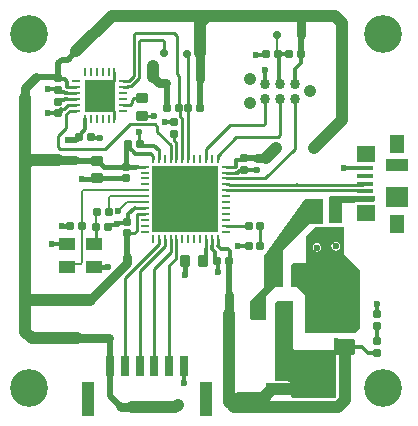
<source format=gbr>
%TF.GenerationSoftware,Altium Limited,Altium Designer,24.6.1 (21)*%
G04 Layer_Physical_Order=1*
G04 Layer_Color=255*
%FSLAX45Y45*%
%MOMM*%
%TF.SameCoordinates,4B1D9C49-5ED8-45E5-B71D-261F0C762659*%
%TF.FilePolarity,Positive*%
%TF.FileFunction,Copper,L1,Top,Signal*%
%TF.Part,Single*%
G01*
G75*
%TA.AperFunction,Conductor*%
%ADD10C,0.26017*%
%TA.AperFunction,ConnectorPad*%
%ADD11R,1.00000X2.90000*%
%ADD12R,0.65000X1.70000*%
%TA.AperFunction,SMDPad,CuDef*%
G04:AMPARAMS|DCode=13|XSize=0.8mm|YSize=1mm|CornerRadius=0.1mm|HoleSize=0mm|Usage=FLASHONLY|Rotation=90.000|XOffset=0mm|YOffset=0mm|HoleType=Round|Shape=RoundedRectangle|*
%AMROUNDEDRECTD13*
21,1,0.80000,0.80000,0,0,90.0*
21,1,0.60000,1.00000,0,0,90.0*
1,1,0.20000,0.40000,0.30000*
1,1,0.20000,0.40000,-0.30000*
1,1,0.20000,-0.40000,-0.30000*
1,1,0.20000,-0.40000,0.30000*
%
%ADD13ROUNDEDRECTD13*%
%ADD14R,0.25000X0.80000*%
%ADD15R,0.80000X0.25000*%
%ADD16R,2.60000X2.70000*%
G04:AMPARAMS|DCode=17|XSize=0.6mm|YSize=0.7mm|CornerRadius=0.075mm|HoleSize=0mm|Usage=FLASHONLY|Rotation=270.000|XOffset=0mm|YOffset=0mm|HoleType=Round|Shape=RoundedRectangle|*
%AMROUNDEDRECTD17*
21,1,0.60000,0.55000,0,0,270.0*
21,1,0.45000,0.70000,0,0,270.0*
1,1,0.15000,-0.27500,-0.22500*
1,1,0.15000,-0.27500,0.22500*
1,1,0.15000,0.27500,0.22500*
1,1,0.15000,0.27500,-0.22500*
%
%ADD17ROUNDEDRECTD17*%
G04:AMPARAMS|DCode=18|XSize=0.6mm|YSize=0.7mm|CornerRadius=0.075mm|HoleSize=0mm|Usage=FLASHONLY|Rotation=180.000|XOffset=0mm|YOffset=0mm|HoleType=Round|Shape=RoundedRectangle|*
%AMROUNDEDRECTD18*
21,1,0.60000,0.55000,0,0,180.0*
21,1,0.45000,0.70000,0,0,180.0*
1,1,0.15000,-0.22500,0.27500*
1,1,0.15000,0.22500,0.27500*
1,1,0.15000,0.22500,-0.27500*
1,1,0.15000,-0.22500,-0.27500*
%
%ADD18ROUNDEDRECTD18*%
%TA.AperFunction,ConnectorPad*%
%ADD19R,1.30000X1.65000*%
%ADD20R,1.90000X1.80000*%
%ADD21R,1.90000X1.00000*%
%ADD22R,1.55000X1.42500*%
%ADD23R,1.38000X0.45000*%
%TA.AperFunction,SMDPad,CuDef*%
G04:AMPARAMS|DCode=24|XSize=0.8mm|YSize=1mm|CornerRadius=0.1mm|HoleSize=0mm|Usage=FLASHONLY|Rotation=180.000|XOffset=0mm|YOffset=0mm|HoleType=Round|Shape=RoundedRectangle|*
%AMROUNDEDRECTD24*
21,1,0.80000,0.80000,0,0,180.0*
21,1,0.60000,1.00000,0,0,180.0*
1,1,0.20000,-0.30000,0.40000*
1,1,0.20000,0.30000,0.40000*
1,1,0.20000,0.30000,-0.40000*
1,1,0.20000,-0.30000,-0.40000*
%
%ADD24ROUNDEDRECTD24*%
%ADD25R,1.25000X1.25000*%
%ADD26R,5.60000X5.60000*%
%ADD27O,0.25000X0.80000*%
%ADD28O,0.80000X0.25000*%
%ADD29R,3.18213X1.00429*%
G04:AMPARAMS|DCode=30|XSize=1.4mm|YSize=1.7mm|CornerRadius=0.175mm|HoleSize=0mm|Usage=FLASHONLY|Rotation=270.000|XOffset=0mm|YOffset=0mm|HoleType=Round|Shape=RoundedRectangle|*
%AMROUNDEDRECTD30*
21,1,1.40000,1.35000,0,0,270.0*
21,1,1.05000,1.70000,0,0,270.0*
1,1,0.35000,-0.67500,-0.52500*
1,1,0.35000,-0.67500,0.52500*
1,1,0.35000,0.67500,0.52500*
1,1,0.35000,0.67500,-0.52500*
%
%ADD30ROUNDEDRECTD30*%
G04:AMPARAMS|DCode=31|XSize=1.4mm|YSize=1.7mm|CornerRadius=0.175mm|HoleSize=0mm|Usage=FLASHONLY|Rotation=180.000|XOffset=0mm|YOffset=0mm|HoleType=Round|Shape=RoundedRectangle|*
%AMROUNDEDRECTD31*
21,1,1.40000,1.35000,0,0,180.0*
21,1,1.05000,1.70000,0,0,180.0*
1,1,0.35000,-0.52500,0.67500*
1,1,0.35000,0.52500,0.67500*
1,1,0.35000,0.52500,-0.67500*
1,1,0.35000,-0.52500,-0.67500*
%
%ADD31ROUNDEDRECTD31*%
G04:AMPARAMS|DCode=32|XSize=1.3mm|YSize=1.1mm|CornerRadius=0.055mm|HoleSize=0mm|Usage=FLASHONLY|Rotation=0.000|XOffset=0mm|YOffset=0mm|HoleType=Round|Shape=RoundedRectangle|*
%AMROUNDEDRECTD32*
21,1,1.30000,0.99000,0,0,0.0*
21,1,1.19000,1.10000,0,0,0.0*
1,1,0.11000,0.59500,-0.49500*
1,1,0.11000,-0.59500,-0.49500*
1,1,0.11000,-0.59500,0.49500*
1,1,0.11000,0.59500,0.49500*
%
%ADD32ROUNDEDRECTD32*%
%TA.AperFunction,BGAPad,CuDef*%
%ADD33C,0.86300*%
%TA.AperFunction,Conductor*%
%ADD34C,1.00000*%
%ADD35C,0.50000*%
%ADD36C,0.75000*%
%ADD37C,0.25000*%
%ADD38C,0.40000*%
%ADD39C,0.30000*%
%ADD40C,0.20000*%
%TA.AperFunction,ViaPad*%
%ADD41C,3.20000*%
%TA.AperFunction,ComponentPad*%
%ADD42C,1.06700*%
%TA.AperFunction,ViaPad*%
%ADD43C,0.60000*%
%ADD44C,0.70000*%
%ADD45C,0.50000*%
G36*
X10790000Y7690000D02*
X10680000D01*
X10455000Y7465000D01*
X10450000Y7160000D01*
X10390000D01*
X10310000Y7080000D01*
Y6880000D01*
X10180000D01*
X10170000Y6890000D01*
Y7040000D01*
X10290000Y7160000D01*
Y7390000D01*
Y7420000D01*
X10640000Y7900000D01*
X10680000Y7900000D01*
X10790000Y7900000D01*
Y7690000D01*
D02*
G37*
G36*
X11061000Y7922500D02*
X11230000D01*
Y7900000D01*
Y7890000D01*
X11221250Y7872500D01*
X11061000D01*
Y7870000D01*
X10950000D01*
Y7700000D01*
X10840000D01*
Y7920000D01*
X10850000Y7930000D01*
X11061000D01*
Y7922500D01*
D02*
G37*
G36*
X10970000Y7430000D02*
X11100000Y7300000D01*
Y6810000D01*
X11060000Y6770000D01*
X10640000D01*
Y7090000D01*
X10570000Y7160000D01*
X10520000D01*
Y7340000D01*
X10540000Y7360000D01*
X10650000D01*
Y7590000D01*
X10720000Y7660000D01*
X10970000D01*
Y7430000D01*
D02*
G37*
G36*
X10540000Y6630000D02*
X10550000Y6620000D01*
X10880000D01*
Y6720000D01*
X10918385D01*
X10925174Y6700000D01*
X10925075Y6699924D01*
X10913855Y6685302D01*
X10906802Y6668273D01*
X10904396Y6650000D01*
Y6227824D01*
X10896572Y6220000D01*
X10526312D01*
X10519523Y6240000D01*
X10520924Y6241075D01*
X10532145Y6255698D01*
X10539198Y6272726D01*
X10541604Y6291000D01*
X10539198Y6309273D01*
X10532145Y6326302D01*
X10520924Y6340924D01*
X10506302Y6352145D01*
X10489273Y6359198D01*
X10471000Y6361604D01*
X10380000D01*
Y7020000D01*
X10400000Y7040000D01*
X10540000D01*
Y6630000D01*
D02*
G37*
%LPC*%
G36*
X10897500Y7538186D02*
X10883844Y7535469D01*
X10872267Y7527733D01*
X10864531Y7516156D01*
X10861814Y7502500D01*
X10864531Y7488844D01*
X10872267Y7477266D01*
X10874766Y7474766D01*
X10886344Y7467031D01*
X10900000Y7464314D01*
X10913656Y7467031D01*
X10925234Y7474766D01*
X10932969Y7486344D01*
X10935686Y7500000D01*
X10932969Y7513656D01*
X10925234Y7525234D01*
X10922734Y7527733D01*
X10911156Y7535469D01*
X10897500Y7538186D01*
D02*
G37*
G36*
X10737500Y7528186D02*
X10723844Y7525469D01*
X10712267Y7517734D01*
X10704531Y7506156D01*
X10701815Y7492500D01*
X10704531Y7478844D01*
X10712267Y7467266D01*
X10714766Y7464766D01*
X10726344Y7457031D01*
X10740000Y7454314D01*
X10753656Y7457031D01*
X10765234Y7464766D01*
X10772969Y7476344D01*
X10775686Y7490000D01*
X10772969Y7503656D01*
X10765234Y7515234D01*
X10762734Y7517734D01*
X10751157Y7525469D01*
X10737500Y7528186D01*
D02*
G37*
%LPD*%
D10*
X9995905Y7976832D02*
G03*
X9991483Y7975000I0J-6253D01*
G01*
Y8025000D02*
G03*
X9995904Y8023169I4421J4421D01*
G01*
X11150000Y7965000D02*
G03*
X11127471Y7974332I-22529J-22529D01*
G01*
X10556555Y7975582D02*
G03*
X10559573Y7974332I3018J3018D01*
G01*
X10556555Y7975582D02*
G03*
X10553537Y7976832I-3018J-3018D01*
G01*
X11149964Y8029964D02*
G03*
X11150000Y8030000I-22492J22564D01*
G01*
X11127472Y8020668D02*
G03*
X11149964Y8029964I0J31859D01*
G01*
X10575748Y8021919D02*
G03*
X10578766Y8020668I3018J3018D01*
G01*
X10575748Y8021919D02*
G03*
X10572731Y8023169I-3018J-3018D01*
G01*
X11140668Y7974332D02*
X11150000Y7965000D01*
X9995904Y8023169D02*
X10572731D01*
X9995905Y7976832D02*
X10553537D01*
X10559573Y7974332D02*
X11127471D01*
X9965000Y7975000D02*
X9991483D01*
X10578766Y8020668D02*
X11127472D01*
X9965000Y8025000D02*
X9991483D01*
D11*
X9797500Y6210000D02*
D03*
X8802500D02*
D03*
D12*
X9612500Y6490000D02*
D03*
X9237500D02*
D03*
X9487500D02*
D03*
X9362500D02*
D03*
X9112500D02*
D03*
X8987500D02*
D03*
D13*
X9260000Y8755000D02*
D03*
Y8605000D02*
D03*
X10737500Y7585000D02*
D03*
Y7735000D02*
D03*
X10897500Y7590000D02*
D03*
Y7740000D02*
D03*
X8875000Y8075000D02*
D03*
Y8225000D02*
D03*
D14*
X9025000Y8975000D02*
D03*
X8975000D02*
D03*
X8925000D02*
D03*
X8875000D02*
D03*
X8825000D02*
D03*
X8775000D02*
D03*
X9025000Y8575000D02*
D03*
X8975000D02*
D03*
X8925000D02*
D03*
X8875000D02*
D03*
X8825000D02*
D03*
X8775000D02*
D03*
D15*
X8702500Y8900000D02*
D03*
Y8850000D02*
D03*
Y8800000D02*
D03*
Y8750000D02*
D03*
Y8700000D02*
D03*
Y8650000D02*
D03*
X9097500Y8900000D02*
D03*
Y8850000D02*
D03*
Y8800000D02*
D03*
Y8750000D02*
D03*
Y8700000D02*
D03*
Y8650000D02*
D03*
D16*
X8900000Y8775000D02*
D03*
D17*
X9525000Y8550000D02*
D03*
Y8450000D02*
D03*
X8550000Y8825000D02*
D03*
Y8925000D02*
D03*
Y8625000D02*
D03*
Y8725000D02*
D03*
X10125000Y8250000D02*
D03*
Y8150000D02*
D03*
X9125000Y8175000D02*
D03*
Y8075000D02*
D03*
X9130000Y7610000D02*
D03*
Y7710000D02*
D03*
X11250000Y6600000D02*
D03*
Y6700000D02*
D03*
Y6825000D02*
D03*
Y6925000D02*
D03*
D18*
X9570000Y8675000D02*
D03*
X9470000D02*
D03*
X9650000D02*
D03*
X9750000D02*
D03*
X9240000Y8370000D02*
D03*
X9140000D02*
D03*
X9995000Y7375000D02*
D03*
X9895000D02*
D03*
X8725000Y8425000D02*
D03*
X8825000D02*
D03*
X10260000Y7500000D02*
D03*
X10160000D02*
D03*
X10260000Y7675000D02*
D03*
X10160000D02*
D03*
X10600000Y9125000D02*
D03*
X10500000D02*
D03*
X8977500Y7790000D02*
D03*
X8877500D02*
D03*
X10410000Y9125000D02*
D03*
X10310000D02*
D03*
X8867500Y7665000D02*
D03*
X8967500D02*
D03*
X8752500Y7670000D02*
D03*
X8652500D02*
D03*
D19*
X11416000Y7692500D02*
D03*
Y8367500D02*
D03*
D20*
Y7915000D02*
D03*
D21*
Y8185000D02*
D03*
D22*
X11158500Y7781250D02*
D03*
Y8278750D02*
D03*
D23*
X11150000Y7900000D02*
D03*
Y7965000D02*
D03*
Y8030000D02*
D03*
Y8095000D02*
D03*
Y8160000D02*
D03*
D24*
X10732500Y7845000D02*
D03*
X10882500D02*
D03*
X9625000Y7375000D02*
D03*
X9775000D02*
D03*
D25*
X10700000Y6950000D02*
D03*
X10471000D02*
D03*
X10242000D02*
D03*
D26*
X9625000Y7900000D02*
D03*
D27*
X9350000Y8240000D02*
D03*
X9400000D02*
D03*
X9450000D02*
D03*
X9500000D02*
D03*
X9550000D02*
D03*
X9600000D02*
D03*
X9650000D02*
D03*
X9700000D02*
D03*
X9750000D02*
D03*
X9800000D02*
D03*
X9850000D02*
D03*
X9900000D02*
D03*
Y7560000D02*
D03*
X9850000D02*
D03*
X9800000D02*
D03*
X9750000D02*
D03*
X9700000D02*
D03*
X9650000D02*
D03*
X9600000D02*
D03*
X9550000D02*
D03*
X9500000D02*
D03*
X9450000D02*
D03*
X9400000D02*
D03*
X9350000D02*
D03*
D28*
X9965000Y8175000D02*
D03*
Y8125000D02*
D03*
Y8075000D02*
D03*
Y8025000D02*
D03*
Y7975000D02*
D03*
Y7925000D02*
D03*
Y7875000D02*
D03*
Y7825000D02*
D03*
Y7775000D02*
D03*
Y7725000D02*
D03*
Y7675000D02*
D03*
Y7625000D02*
D03*
X9285000D02*
D03*
Y7675000D02*
D03*
Y7725000D02*
D03*
Y7775000D02*
D03*
Y7825000D02*
D03*
Y7875000D02*
D03*
Y7925000D02*
D03*
Y7975000D02*
D03*
Y8025000D02*
D03*
Y8075000D02*
D03*
Y8125000D02*
D03*
Y8175000D02*
D03*
D29*
X10471000Y6291000D02*
D03*
D30*
X10975000Y6878600D02*
D03*
Y6650000D02*
D03*
D31*
X10600000Y7250000D02*
D03*
X10371400D02*
D03*
D32*
X8855000Y7327500D02*
D03*
Y7517500D02*
D03*
X8625000Y7327500D02*
D03*
Y7517500D02*
D03*
D33*
X10298000Y8750000D02*
D03*
X10425000D02*
D03*
X10552000D02*
D03*
X10298000Y8877000D02*
D03*
X10425000D02*
D03*
X10552000D02*
D03*
D34*
X10300000Y6228892D02*
X10362108Y6291000D01*
X10300000Y6220000D02*
Y6228892D01*
X10362108Y6291000D02*
X10471000D01*
X10075000Y6220000D02*
X10300000D01*
X10017500Y6162500D02*
X10075000Y6220000D01*
X9995000Y6185000D02*
X10017500Y6162500D01*
X9995000Y6185000D02*
Y6925000D01*
X10916421Y6140000D02*
X10975000Y6198579D01*
X10040000Y6140000D02*
X10916421D01*
X10017500Y6162500D02*
X10040000Y6140000D01*
X9540000D02*
X9560000Y6160000D01*
X9170000Y6140000D02*
X9540000D01*
X10975000Y6198579D02*
Y6650000D01*
X9350000Y8930000D02*
Y9030000D01*
X9000000Y9450000D02*
X9350000D01*
X8700000Y9150000D02*
X9000000Y9450000D01*
X9350000D02*
X9808579D01*
X9808579Y9450000D01*
X9750000Y9391421D02*
X9808579Y9450000D01*
X9750000Y9140000D02*
Y9391421D01*
X10950000Y8570000D02*
Y9391421D01*
X10891421Y9450000D02*
X10950000Y9391421D01*
X10600000Y9450000D02*
X10891421D01*
X10710000Y8330000D02*
X10950000Y8570000D01*
X10310000Y8250000D02*
X10390000Y8330000D01*
X9808579Y9450000D02*
X10600000D01*
X8520000Y8230000D02*
X8550000D01*
X8310000D02*
X8520000D01*
X8270000Y8190000D02*
Y8760000D01*
Y7050000D02*
X8820000D01*
X8270000D02*
Y8190000D01*
Y6778579D02*
Y7050000D01*
X8328579Y6720000D02*
X8710000D01*
X8270000Y8190000D02*
X8310000Y8230000D01*
X8270000Y6778579D02*
X8328579Y6720000D01*
D35*
X8987500Y6232500D02*
X9070000Y6150000D01*
X8987500Y6232500D02*
Y6490000D01*
Y6712500D01*
X9470000Y8675000D02*
Y8870000D01*
X9460000Y8880000D02*
X9470000Y8870000D01*
X8550000Y8925000D02*
Y9050710D01*
X8579289Y9080000D01*
X8630000D02*
X8700000Y9150000D01*
X8579289Y9080000D02*
X8630000D01*
X9750000Y8675000D02*
Y8920000D01*
X10125000Y8250000D02*
X10230000D01*
X10600000Y9125000D02*
Y9290000D01*
X10600000Y9125000D02*
X10600000Y9125000D01*
X8701913Y8401913D02*
X8715000Y8415000D01*
X8631913Y8401913D02*
X8701913D01*
X8630000Y8400000D02*
X8631913Y8401913D01*
X8725000Y8420000D02*
Y8425000D01*
X8720000Y8415000D02*
X8725000Y8420000D01*
X8715000Y8415000D02*
X8720000D01*
X8360000Y8930000D02*
X8545000D01*
X8550000Y8925000D01*
X9130000Y7410000D02*
Y7610000D01*
X8690000Y8230000D02*
X8695000Y8225000D01*
X8875000D01*
X8980000Y6720000D02*
X8987500Y6712500D01*
X9995000Y7085000D02*
Y7375000D01*
X10000000Y7380000D01*
D36*
X9070000Y6150000D02*
X9080000Y6140000D01*
X9170000D01*
X9400000Y8880000D02*
X9460000D01*
X9350000Y8930000D02*
X9400000Y8880000D01*
X9750000Y8920000D02*
Y9140000D01*
X10230000Y8250000D02*
X10310000D01*
X10600000Y9290000D02*
Y9450000D01*
X8270000Y8840000D02*
X8360000Y8930000D01*
X8270000Y8760000D02*
Y8840000D01*
X8820000Y7050000D02*
X9130000Y7360000D01*
Y7410000D01*
X8710000Y6720000D02*
X8980000D01*
X8550000Y8230000D02*
X8690000D01*
X9995000Y6925000D02*
Y7085000D01*
D37*
X9440000Y9140000D02*
Y9235355D01*
X9425355Y9250000D02*
X9440000Y9235355D01*
X9250000Y9250000D02*
X9425355D01*
X9168640Y8855000D02*
X9235000Y8921360D01*
X9137322Y8855000D02*
X9168640D01*
X9132323Y8850000D02*
X9137322Y8855000D01*
X9097500Y8850000D02*
X9132323D01*
X9235000Y8921360D02*
Y9235000D01*
X9250000Y9250000D01*
X9097500Y8900000D02*
X9150000D01*
X9190000Y8940000D02*
Y9295355D01*
X9150000Y8900000D02*
X9190000Y8940000D01*
X9640000Y9130000D02*
X9645000Y9125000D01*
Y8680000D02*
Y9125000D01*
Y8680000D02*
X9650000Y8675000D01*
X9204645Y9310000D02*
X9530000D01*
X9190000Y9295355D02*
X9204645Y9310000D01*
X9530000D02*
X9557500Y9282500D01*
Y8957959D02*
Y9282500D01*
X9650000Y8240000D02*
Y8675000D01*
X9557500Y8957959D02*
X9570000Y8945459D01*
Y8675000D02*
Y8945459D01*
X9260000Y8605000D02*
X9262500Y8602500D01*
X9357500D02*
X9360000Y8600000D01*
X9262500Y8602500D02*
X9357500D01*
X9152500Y8532500D02*
X9363990D01*
X9387500Y8508990D01*
X8945000Y8325000D02*
X9152500Y8532500D01*
X9387500Y8469069D02*
Y8508990D01*
X9260000Y8760000D02*
X9277500D01*
X9257145Y8757145D02*
X9260000Y8760000D01*
X10000000Y8525000D02*
X10285355D01*
X9800000Y8325000D02*
X10000000Y8525000D01*
X8955000Y8715000D02*
Y8720000D01*
X9025000Y8575000D02*
Y8645000D01*
X8955000Y8715000D02*
X9025000Y8645000D01*
X8955000Y8835000D02*
X9025000Y8905000D01*
Y8975000D01*
X8955000Y8830000D02*
Y8835000D01*
X8550000Y8431568D02*
X8617500Y8499069D01*
X8550000Y8339645D02*
Y8431568D01*
X8564645Y8325000D02*
X8945000D01*
X9112500Y7231360D02*
X9400000Y7518861D01*
X9112500Y6490000D02*
Y7231360D01*
X9237500Y6490000D02*
Y7287500D01*
X9450000Y7500000D01*
X8855000Y7517500D02*
X8867500Y7530000D01*
Y7665000D01*
X8872500Y7670000D01*
X8617500Y8617500D02*
X8650000Y8650000D01*
X8617500Y8499069D02*
Y8617500D01*
X8650000Y8650000D02*
X8702500D01*
X9130000Y7610000D02*
X9190000D01*
X9212175Y7632175D01*
Y7775000D01*
X9195000Y7825000D02*
X9285000D01*
X9212175Y7775000D02*
X9285000D01*
X9241250Y8355000D02*
X9246250Y8350000D01*
X9230000Y8470000D02*
X9236250Y8463750D01*
Y8373750D02*
X9240000Y8370000D01*
X9236250Y8373750D02*
Y8463750D01*
X9350000Y8240000D02*
Y8267855D01*
X9335355Y8282500D02*
X9350000Y8267855D01*
X9177500Y8305932D02*
Y8307500D01*
X9170000Y8714645D02*
Y8740000D01*
X9187145Y8757145D01*
X9257145D01*
X9579068Y8602500D02*
Y8665932D01*
X9570000Y8675000D02*
X9579068Y8665932D01*
X9155355Y8700000D02*
X9170000Y8714645D01*
X9097500Y8700000D02*
X9155355D01*
X9600000Y8240000D02*
Y8581569D01*
X8625000Y8850000D02*
X8702500D01*
X8625000Y8800000D02*
X8625000Y8800000D01*
X8702500D01*
X8625000Y8750000D02*
X8702500D01*
X8625000Y8850000D02*
X8625000Y8850000D01*
X9579068Y8602500D02*
X9600000Y8581569D01*
X8625000Y8750000D02*
X8625000Y8750000D01*
X8594068Y8662500D02*
X8631568Y8700000D01*
X8702500D01*
X8577500Y8662500D02*
X8594068D01*
X8575000Y8660000D02*
X8577500Y8662500D01*
X9387500Y8469069D02*
X9500000Y8356569D01*
X9400000Y8240000D02*
Y8313639D01*
X8550000Y8339645D02*
X8564645Y8325000D01*
X10260000Y7500000D02*
Y7675000D01*
X10092500Y7675000D02*
X10092500Y7675000D01*
X10160000D01*
X9965000Y7675000D02*
X10092500D01*
X9500000Y8240000D02*
Y8356569D01*
X9550000Y8240000D02*
Y8375000D01*
X9525000Y8400000D02*
Y8450000D01*
Y8400000D02*
X9550000Y8375000D01*
X10300000Y8539645D02*
Y8748000D01*
X10285355Y8525000D02*
X10300000Y8539645D01*
X9800000Y8240000D02*
Y8325000D01*
X10298000Y8750000D02*
X10300000Y8748000D01*
X10057500Y8425000D02*
X10410355D01*
X10425000Y8439645D02*
Y8750000D01*
X10410355Y8425000D02*
X10425000Y8439645D01*
X9900000Y8267500D02*
X10057500Y8425000D01*
X9900000Y8240000D02*
Y8267500D01*
X10552000Y8327000D02*
Y8750000D01*
X10300000Y8075000D02*
X10552000Y8327000D01*
X9362500Y7312500D02*
X9500000Y7450000D01*
X9362500Y6490000D02*
Y7312500D01*
X9487500Y7337500D02*
X9550000Y7400000D01*
X9487500Y6490000D02*
Y7337500D01*
X9500000Y7450000D02*
Y7560000D01*
X9400000Y7518861D02*
Y7560000D01*
X9450000Y7500000D02*
Y7560000D01*
X9550000Y7400000D02*
Y7560000D01*
X9800000Y7475000D02*
Y7560000D01*
X9900000Y7500000D02*
Y7560000D01*
X9850000Y7500000D02*
Y7560000D01*
Y7500000D02*
X9850000Y7500000D01*
X9965000Y8075000D02*
X10300000D01*
X9965000Y8175000D02*
X10050000D01*
X9965000Y8125000D02*
X10050000D01*
X9225000Y8175000D02*
X9285000D01*
D38*
X9125000Y8355000D02*
X9140000Y8370000D01*
X9125000Y8175000D02*
Y8355000D01*
Y8175000D02*
X9200000D01*
X8855000Y7327500D02*
X8973757D01*
X9620000Y7260000D02*
X9622500Y7262500D01*
Y7372500D02*
X9625000Y7375000D01*
X9622500Y7262500D02*
Y7372500D01*
X8580000Y7670000D02*
X8652500D01*
X8752500Y8072500D02*
X8872500D01*
X8875000Y8075000D01*
X8750000Y8070000D02*
X8752500Y8072500D01*
X8875000Y8075000D02*
X8875000Y8075000D01*
X9125000D01*
X8885000Y8225000D02*
X8935000Y8175000D01*
X9125000D01*
X8875000Y8225000D02*
X8885000D01*
D39*
X10970000Y8160000D02*
X11150000D01*
X8490000Y7520000D02*
X8492500Y7517500D01*
X8625000D01*
X8460000Y8630000D02*
X8545000D01*
X8550000Y8625000D01*
X10298000Y8877000D02*
X10299000Y8878000D01*
Y8989000D01*
X10300000Y8990000D01*
X10307500Y9122500D02*
X10310000Y9125000D01*
X10220000Y9120000D02*
X10222500Y9122500D01*
X10307500D01*
X10125000Y8150000D02*
X10230000D01*
X9115740Y7695740D02*
X9142825Y7722825D01*
X9044260Y7684260D02*
X9055740Y7695740D01*
X8982500Y7684260D02*
X9044260D01*
X8967500Y7665000D02*
Y7669260D01*
X8982500Y7684260D01*
X9055740Y7695740D02*
X9115740D01*
X9142825Y7722825D02*
Y7772825D01*
X9195000Y7825000D01*
X9612500Y6342500D02*
Y6490000D01*
X9610000Y6340000D02*
X9612500Y6342500D01*
X11250000Y6700000D02*
Y6825000D01*
Y6925000D02*
Y7010000D01*
X10737500Y7492500D02*
X10740000Y7490000D01*
X10897500Y7502500D02*
X10900000Y7500000D01*
X10070000D02*
X10160000D01*
X9897500Y7282500D02*
Y7372500D01*
X9880000Y7390000D02*
X9897500Y7372500D01*
Y7282500D02*
X9900000Y7280000D01*
X9246250Y8350000D02*
X9363639D01*
X9400000Y8313639D01*
X9200932Y8282500D02*
X9335355D01*
X9177500Y8305932D02*
X9200932Y8282500D01*
X9140000Y8345000D02*
X9177500Y8307500D01*
X9450000Y8550000D02*
X9525000D01*
X8740000Y8455000D02*
X8775000Y8490000D01*
Y8575000D01*
X8565000Y8810000D02*
X8594290D01*
X8550000Y8825000D02*
X8565000Y8810000D01*
X8594290D02*
X8604290Y8800000D01*
X8550000Y8925000D02*
X8561819Y8913181D01*
X8620000Y8855000D02*
X8625000Y8850000D01*
X8602426Y8913181D02*
X8620000Y8895607D01*
Y8855000D02*
Y8895607D01*
X8561819Y8913181D02*
X8602426D01*
X8604290Y8800000D02*
X8625000D01*
X8604290Y8750000D02*
X8625000D01*
X8545000Y8830000D02*
X8550000Y8825000D01*
X8460000Y8830000D02*
X8545000D01*
X8565000Y8740000D02*
X8594290D01*
X8604290Y8750000D01*
X8550000Y8725000D02*
X8565000Y8740000D01*
X8555000Y8625000D02*
X8570000Y8640000D01*
Y8655000D01*
X8575000Y8660000D01*
X8550000Y8625000D02*
X8555000D01*
X8830000Y8420000D02*
X8900000D01*
X8825000Y8425000D02*
X8830000Y8420000D01*
X11119905Y6650000D02*
X11169905Y6600000D01*
X10975000Y6650000D02*
X11119905D01*
X11169905Y6600000D02*
X11250000D01*
X10410000Y9125000D02*
X10500000D01*
X10410000D02*
X10417500Y9117500D01*
Y8884500D02*
X10425000Y8877000D01*
X10417500Y8884500D02*
Y9117500D01*
X10600000Y9050000D02*
Y9125000D01*
X10552000Y8877000D02*
Y9002000D01*
X10600000Y9050000D01*
X8725000Y8425000D02*
X8740000Y8440000D01*
Y8455000D01*
X9775000Y7375000D02*
X9800000Y7400000D01*
Y7475000D01*
X9880000Y7390000D02*
Y7449290D01*
X9850000Y7479290D02*
Y7500000D01*
Y7479290D02*
X9880000Y7449290D01*
X9900000Y7500000D02*
X9925000Y7475000D01*
X9982426D01*
X10000000Y7380000D02*
Y7457426D01*
X9982426Y7475000D02*
X10000000Y7457426D01*
X10050000Y8175000D02*
Y8232426D01*
X10080710Y8135000D02*
X10110000D01*
X10070710Y8125000D02*
X10080710Y8135000D01*
X10110000D02*
X10125000Y8150000D01*
X10050000Y8125000D02*
X10070710D01*
X10110000Y8235000D02*
X10125000Y8250000D01*
X10052574Y8235000D02*
X10110000D01*
X10050000Y8232426D02*
X10052574Y8235000D01*
X9200000Y8175000D02*
X9225000D01*
D40*
X8752500Y7363432D02*
Y7670000D01*
X8649216Y7351716D02*
X8740784D01*
X8752500Y7363432D01*
X8750000Y7672500D02*
X8752500Y7670000D01*
X8750000Y7672500D02*
Y7963284D01*
X9132500Y7875000D02*
X9285000D01*
X9057500Y7800000D02*
X9132500Y7875000D01*
X10405000Y9130000D02*
Y9285000D01*
Y9130000D02*
X10410000Y9125000D01*
X10400000Y9290000D02*
X10405000Y9285000D01*
X8989216Y7925000D02*
X9285000D01*
X8761716Y7975000D02*
X9285000D01*
X8625000Y7327500D02*
X8649216Y7351716D01*
X8872500Y7785000D02*
X8877500Y7790000D01*
X8872500Y7670000D02*
Y7785000D01*
X8977500Y7790000D02*
Y7913284D01*
X8989216Y7925000D01*
X8750000Y7963284D02*
X8761716Y7975000D01*
D41*
X8300000Y6300000D02*
D03*
Y9300000D02*
D03*
X11300000D02*
D03*
Y6300000D02*
D03*
D42*
X10171000Y8915100D02*
D03*
Y8711900D02*
D03*
X10679000Y8813500D02*
D03*
D43*
X10017500Y6162500D02*
D03*
X9560000Y6160000D02*
D03*
X9350000Y9030000D02*
D03*
Y9450000D02*
D03*
X9360000Y8600000D02*
D03*
X10710000Y8330000D02*
D03*
X10970000Y8160000D02*
D03*
X10390000Y8330000D02*
D03*
X8630000Y8400000D02*
D03*
X8520000Y8230000D02*
D03*
X8973757Y7327500D02*
D03*
X8492500Y7517500D02*
D03*
X8460000Y8630000D02*
D03*
X10920000Y7010000D02*
D03*
X11020000D02*
D03*
X10730000Y7300000D02*
D03*
Y7200000D02*
D03*
X10300000Y8990000D02*
D03*
X10220000Y9120000D02*
D03*
X10230000Y8150000D02*
D03*
X9050000Y7690000D02*
D03*
X9611250Y6341250D02*
D03*
X11250000Y7010000D02*
D03*
X10700000Y6820000D02*
D03*
X10740000Y7490000D02*
D03*
X10900000Y7500000D02*
D03*
X10070000D02*
D03*
X9620000Y7260000D02*
D03*
X9900000Y7280000D02*
D03*
X8580000Y7670000D02*
D03*
X8750000Y8070000D02*
D03*
X9230000Y8470000D02*
D03*
X8460000Y8830000D02*
D03*
X9450000Y8550000D02*
D03*
X8900000Y8420000D02*
D03*
X9057500Y7800000D02*
D03*
D44*
X9440000Y9140000D02*
D03*
X9640000Y9130000D02*
D03*
X10400000Y9290000D02*
D03*
D45*
X8845000Y8830000D02*
D03*
Y8720000D02*
D03*
X8955000D02*
D03*
Y8830000D02*
D03*
X9845000Y7680000D02*
D03*
X9735000D02*
D03*
X9625000D02*
D03*
X9515000D02*
D03*
X9405000D02*
D03*
X9845000Y7790000D02*
D03*
X9735000D02*
D03*
X9625000D02*
D03*
X9515000D02*
D03*
X9405000D02*
D03*
X9845000Y7900000D02*
D03*
X9735000D02*
D03*
X9625000D02*
D03*
X9515000D02*
D03*
X9405000D02*
D03*
X9845000Y8010000D02*
D03*
X9735000D02*
D03*
X9625000D02*
D03*
X9515000D02*
D03*
X9405000D02*
D03*
X9845000Y8120000D02*
D03*
X9735000D02*
D03*
X9625000D02*
D03*
X9515000D02*
D03*
X9405000D02*
D03*
%TF.MD5,85df9823be669246d455e9deb0d24f8b*%
M02*

</source>
